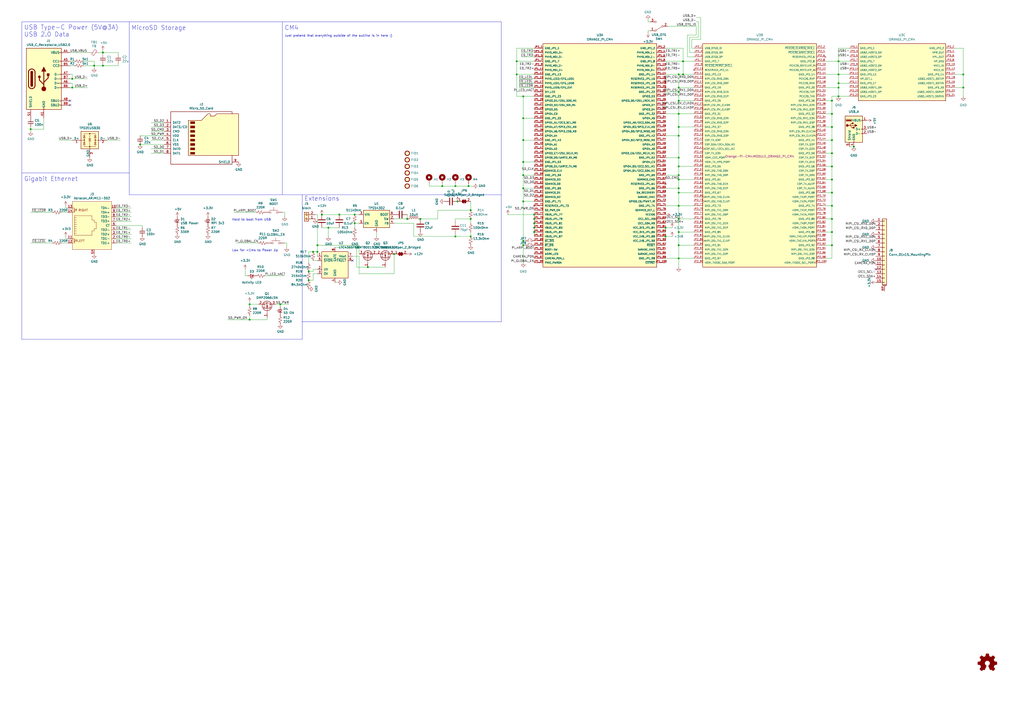
<source format=kicad_sch>
(kicad_sch (version 20230121) (generator eeschema)
  (paper "A2")
  (title_block (title "cm4-carrier-net") (date "2021-09-17") (rev "v1.0a") (company "fourside.io") (comment 1 "twitch.tv/jkiv"))
  (junction (at 486.41 48.26))
  (junction (at 482.6 119.38))
  (junction (at 558.8 43.18))
  (junction (at 59.69 30.48))
  (junction (at 196.85 124.46))
  (junction (at 205.74 124.46))
  (junction (at 393.7 73.66))
  (junction (at 264.16 107.95))
  (junction (at 482.6 104.14))
  (junction (at 273.05 137.16))
  (junction (at 213.36 154.94))
  (junction (at 393.7 96.52))
  (junction (at 17.78 74.93))
  (junction (at 393.7 91.44))
  (junction (at 558.8 50.8))
  (junction (at 309.88 134.62))
  (junction (at 393.7 78.74))
  (junction (at 303.53 101.6))
  (junction (at 309.88 124.46))
  (junction (at 299.72 43.18))
  (junction (at 486.41 50.8))
  (junction (at 393.7 66.04))
  (junction (at 59.69 38.1))
  (junction (at 303.53 81.28))
  (junction (at 482.6 66.04))
  (junction (at 482.6 81.28))
  (junction (at 186.69 124.46))
  (junction (at 393.7 149.86))
  (junction (at 393.7 119.38))
  (junction (at 482.6 96.52))
  (junction (at 303.53 142.24))
  (junction (at 309.88 132.08))
  (junction (at 486.41 55.88))
  (junction (at 81.28 83.82))
  (junction (at 41.91 50.8))
  (junction (at 482.6 73.66))
  (junction (at 482.6 88.9))
  (junction (at 144.78 176.53))
  (junction (at 273.05 127))
  (junction (at 393.7 101.6))
  (junction (at 303.53 68.58))
  (junction (at 393.7 142.24))
  (junction (at 243.84 127))
  (junction (at 386.08 132.08))
  (junction (at 482.6 111.76))
  (junction (at 386.08 137.16))
  (junction (at 482.6 134.62))
  (junction (at 54.61 38.1))
  (junction (at 482.6 127))
  (junction (at 393.7 43.18))
  (junction (at 144.78 185.42))
  (junction (at 393.7 50.8))
  (junction (at 396.24 35.56))
  (junction (at 303.53 116.84))
  (junction (at 495.3 85.09))
  (junction (at 179.07 162.56))
  (junction (at 184.15 146.05))
  (junction (at 303.53 93.98))
  (junction (at 273.05 121.92))
  (junction (at 393.7 127))
  (junction (at 236.22 127))
  (junction (at 271.78 107.95))
  (junction (at 309.88 129.54))
  (junction (at 205.74 129.54))
  (junction (at 393.7 104.14))
  (junction (at 179.07 157.48))
  (junction (at 303.53 109.22))
  (junction (at 228.6 147.32))
  (junction (at 264.16 137.16))
  (junction (at 396.24 43.18))
  (junction (at 393.7 109.22))
  (junction (at 190.5 132.08))
  (junction (at 486.41 43.18))
  (junction (at 256.54 107.95))
  (junction (at 265.43 116.84))
  (junction (at 309.88 127))
  (junction (at 184.15 142.24))
  (junction (at 393.7 58.42))
  (junction (at 393.7 111.76))
  (junction (at 41.91 45.72))
  (junction (at 393.7 53.34))
  (junction (at 482.6 58.42))
  (junction (at 181.61 146.05))
  (junction (at 393.7 134.62))
  (junction (at 303.53 55.88))
  (junction (at 162.56 176.53))
  (junction (at 299.72 35.56))
  (junction (at 482.6 142.24))
  (junction (at 303.53 139.7))
  (junction (at 486.41 35.56))
  (no_connect (at 40.64 58.42))
  (no_connect (at 204.47 151.13))
  (no_connect (at 508 156.21))
  (no_connect (at 40.64 60.96))
  (wire (pts (xy 482.6 149.86) (xy 482.6 142.24)))
  (wire (pts (xy 492.76 27.94) (xy 486.41 27.94)))
  (wire (pts (xy 492.76 85.09) (xy 495.3 85.09)))
  (wire (pts (xy 393.7 142.24) (xy 402.59 142.24)))
  (wire (pts (xy 95.25 73.66) (xy 87.63 73.66)))
  (wire (pts (xy 393.7 134.62) (xy 393.7 142.24)))
  (wire (pts (xy 393.7 58.42) (xy 393.7 66.04)))
  (wire (pts (xy 81.28 83.82) (xy 95.25 83.82)))
  (wire (pts (xy 243.84 127) (xy 254 127)))
  (wire (pts (xy 48.26 35.56) (xy 54.61 35.56)))
  (wire (pts (xy 486.41 43.18) (xy 486.41 48.26)))
  (polyline (pts (xy 12.7 196.85) (xy 175.26 196.85)) (stroke (width 0) (type solid)))
  (wire (pts (xy 303.53 81.28) (xy 309.88 81.28)))
  (wire (pts (xy 273.05 127) (xy 273.05 129.54)))
  (wire (pts (xy 218.44 134.62) (xy 218.44 137.16)))
  (wire (pts (xy 393.7 43.18) (xy 396.24 43.18)))
  (wire (pts (xy 478.79 119.38) (xy 482.6 119.38)))
  (wire (pts (xy 67.31 140.97) (xy 76.2 140.97)))
  (wire (pts (xy 67.31 138.43) (xy 76.2 138.43)))
  (wire (pts (xy 478.79 58.42) (xy 482.6 58.42)))
  (polyline (pts (xy 175.26 186.69) (xy 290.83 186.69)) (stroke (width 0) (type solid)))
  (wire (pts (xy 41.91 45.72) (xy 40.64 45.72)))
  (wire (pts (xy 135.89 123.19) (xy 148.59 123.19)))
  (wire (pts (xy 166.37 140.97) (xy 166.37 143.51)))
  (wire (pts (xy 553.72 27.94) (xy 558.8 27.94)))
  (wire (pts (xy 149.86 140.97) (xy 137.16 140.97)))
  (wire (pts (xy 478.79 149.86) (xy 482.6 149.86)))
  (wire (pts (xy 43.18 35.56) (xy 40.64 35.56)))
  (wire (pts (xy 398.78 20.32) (xy 403.86 20.32)))
  (wire (pts (xy 38.1 138.43) (xy 39.37 138.43)))
  (wire (pts (xy 303.53 101.6) (xy 303.53 93.98)))
  (wire (pts (xy 309.88 132.08) (xy 309.88 134.62)))
  (wire (pts (xy 68.58 38.1) (xy 59.69 38.1)))
  (wire (pts (xy 403.86 20.32) (xy 403.86 15.24)))
  (wire (pts (xy 132.08 185.42) (xy 144.78 185.42)))
  (polyline (pts (xy 290.83 12.7) (xy 290.83 186.69)) (stroke (width 0) (type solid)))
  (wire (pts (xy 396.24 43.18) (xy 396.24 35.56)))
  (wire (pts (xy 393.7 96.52) (xy 402.59 96.52)))
  (wire (pts (xy 254 121.92) (xy 254 127)))
  (wire (pts (xy 196.85 124.46) (xy 205.74 124.46)))
  (wire (pts (xy 248.92 106.68) (xy 248.92 107.95)))
  (wire (pts (xy 207.01 143.51) (xy 194.31 143.51)))
  (wire (pts (xy 274.32 107.95) (xy 271.78 107.95)))
  (wire (pts (xy 402.59 30.48) (xy 400.05 30.48)))
  (polyline (pts (xy 74.93 113.03) (xy 284.48 113.03)) (stroke (width 0) (type solid)))
  (wire (pts (xy 228.6 129.54) (xy 240.03 129.54)))
  (wire (pts (xy 482.6 111.76) (xy 482.6 104.14)))
  (wire (pts (xy 144.78 176.53) (xy 144.78 177.8)))
  (wire (pts (xy 303.53 93.98) (xy 303.53 81.28)))
  (wire (pts (xy 299.72 43.18) (xy 299.72 35.56)))
  (wire (pts (xy 144.78 176.53) (xy 149.86 176.53)))
  (wire (pts (xy 67.31 125.73) (xy 76.2 125.73)))
  (wire (pts (xy 302.26 30.48) (xy 309.88 30.48)))
  (wire (pts (xy 402.59 27.94) (xy 401.32 27.94)))
  (wire (pts (xy 41.91 45.72) (xy 50.8 45.72)))
  (wire (pts (xy 179.07 157.48) (xy 181.61 157.48)))
  (wire (pts (xy 389.89 132.08) (xy 386.08 132.08)))
  (wire (pts (xy 393.7 43.18) (xy 393.7 50.8)))
  (wire (pts (xy 59.69 38.1) (xy 59.69 36.83)))
  (wire (pts (xy 67.31 130.81) (xy 82.55 130.81)))
  (wire (pts (xy 273.05 116.84) (xy 273.05 121.92)))
  (wire (pts (xy 57.15 30.48) (xy 59.69 30.48)))
  (wire (pts (xy 478.79 43.18) (xy 486.41 43.18)))
  (wire (pts (xy 184.15 142.24) (xy 184.15 146.05)))
  (wire (pts (xy 95.25 76.2) (xy 87.63 76.2)))
  (wire (pts (xy 62.23 81.28) (xy 69.85 81.28)))
  (wire (pts (xy 205.74 124.46) (xy 208.28 124.46)))
  (wire (pts (xy 25.4 68.58) (xy 25.4 74.93)))
  (wire (pts (xy 406.4 22.86) (xy 406.4 10.16)))
  (wire (pts (xy 400.05 21.59) (xy 405.13 21.59)))
  (wire (pts (xy 482.6 58.42) (xy 482.6 55.88)))
  (wire (pts (xy 299.72 55.88) (xy 299.72 43.18)))
  (wire (pts (xy 393.7 66.04) (xy 402.59 66.04)))
  (wire (pts (xy 68.58 31.75) (xy 68.58 30.48)))
  (wire (pts (xy 303.53 139.7) (xy 304.8 139.7)))
  (wire (pts (xy 393.7 127) (xy 393.7 134.62)))
  (wire (pts (xy 204.47 148.59) (xy 208.28 148.59)))
  (wire (pts (xy 303.53 68.58) (xy 309.88 68.58)))
  (wire (pts (xy 393.7 111.76) (xy 402.59 111.76)))
  (wire (pts (xy 68.58 38.1) (xy 68.58 36.83)))
  (wire (pts (xy 393.7 134.62) (xy 402.59 134.62)))
  (wire (pts (xy 401.32 22.86) (xy 406.4 22.86)))
  (wire (pts (xy 208.28 158.75) (xy 228.6 158.75)))
  (wire (pts (xy 482.6 55.88) (xy 486.41 55.88)))
  (wire (pts (xy 386.08 149.86) (xy 393.7 149.86)))
  (wire (pts (xy 309.88 129.54) (xy 309.88 132.08)))
  (wire (pts (xy 165.1 140.97) (xy 166.37 140.97)))
  (wire (pts (xy 482.6 88.9) (xy 482.6 81.28)))
  (wire (pts (xy 273.05 127) (xy 264.16 127)))
  (polyline (pts (xy 12.7 12.7) (xy 12.7 196.85)) (stroke (width 0) (type solid)))
  (wire (pts (xy 558.8 50.8) (xy 558.8 55.88)))
  (wire (pts (xy 190.5 137.16) (xy 190.5 132.08)))
  (wire (pts (xy 208.28 147.32) (xy 208.28 142.24)))
  (wire (pts (xy 144.78 185.42) (xy 154.94 185.42)))
  (wire (pts (xy 482.6 134.62) (xy 482.6 127)))
  (wire (pts (xy 386.08 119.38) (xy 393.7 119.38)))
  (wire (pts (xy 236.22 127) (xy 236.22 124.46)))
  (wire (pts (xy 17.78 123.19) (xy 30.48 123.19)))
  (wire (pts (xy 553.72 43.18) (xy 558.8 43.18)))
  (wire (pts (xy 553.72 50.8) (xy 558.8 50.8)))
  (wire (pts (xy 393.7 119.38) (xy 393.7 127)))
  (wire (pts (xy 59.69 30.48) (xy 68.58 30.48)))
  (wire (pts (xy 41.91 81.28) (xy 34.29 81.28)))
  (wire (pts (xy 273.05 121.92) (xy 254 121.92)))
  (wire (pts (xy 59.69 29.21) (xy 59.69 30.48)))
  (wire (pts (xy 81.28 78.74) (xy 95.25 78.74)))
  (wire (pts (xy 393.7 119.38) (xy 402.59 119.38)))
  (wire (pts (xy 303.53 68.58) (xy 303.53 55.88)))
  (wire (pts (xy 402.59 149.86) (xy 393.7 149.86)))
  (wire (pts (xy 184.15 124.46) (xy 184.15 142.24)))
  (wire (pts (xy 154.94 185.42) (xy 154.94 184.15)))
  (wire (pts (xy 240.03 129.54) (xy 240.03 137.16)))
  (wire (pts (xy 303.53 81.28) (xy 303.53 68.58)))
  (wire (pts (xy 375.92 11.43) (xy 375.92 12.7)))
  (wire (pts (xy 393.7 73.66) (xy 393.7 78.74)))
  (wire (pts (xy 40.64 38.1) (xy 43.18 38.1)))
  (wire (pts (xy 403.86 12.7) (xy 405.13 12.7)))
  (wire (pts (xy 396.24 27.94) (xy 386.08 27.94)))
  (wire (pts (xy 95.25 81.28) (xy 87.63 81.28)))
  (wire (pts (xy 486.41 50.8) (xy 486.41 55.88)))
  (wire (pts (xy 181.61 156.21) (xy 181.61 157.48)))
  (wire (pts (xy 179.07 152.4) (xy 179.07 146.05)))
  (wire (pts (xy 393.7 127) (xy 402.59 127)))
  (wire (pts (xy 402.59 33.02) (xy 398.78 33.02)))
  (wire (pts (xy 190.5 132.08) (xy 196.85 132.08)))
  (wire (pts (xy 142.24 160.02) (xy 142.24 156.21)))
  (wire (pts (xy 492.76 35.56) (xy 486.41 35.56)))
  (wire (pts (xy 303.53 139.7) (xy 303.53 116.84)))
  (wire (pts (xy 478.79 134.62) (xy 482.6 134.62)))
  (polyline (pts (xy 284.48 113.03) (xy 290.83 113.03)) (stroke (width 0) (type solid)))
  (wire (pts (xy 558.8 27.94) (xy 558.8 43.18)))
  (wire (pts (xy 17.78 74.93) (xy 17.78 73.66)))
  (wire (pts (xy 54.61 38.1) (xy 54.61 39.37)))
  (wire (pts (xy 300.99 50.8) (xy 309.88 50.8)))
  (wire (pts (xy 303.53 142.24) (xy 304.8 142.24)))
  (wire (pts (xy 17.78 74.93) (xy 25.4 74.93)))
  (wire (pts (xy 205.74 129.54) (xy 208.28 129.54)))
  (wire (pts (xy 478.79 35.56) (xy 486.41 35.56)))
  (wire (pts (xy 478.79 66.04) (xy 482.6 66.04)))
  (wire (pts (xy 256.54 106.68) (xy 256.54 107.95)))
  (wire (pts (xy 95.25 86.36) (xy 87.63 86.36)))
  (wire (pts (xy 240.03 137.16) (xy 264.16 137.16)))
  (wire (pts (xy 482.6 142.24) (xy 482.6 134.62)))
  (wire (pts (xy 396.24 35.56) (xy 402.59 35.56)))
  (wire (pts (xy 39.37 123.19) (xy 35.56 123.19)))
  (wire (pts (xy 403.86 15.24) (xy 387.35 15.24)))
  (wire (pts (xy 386.08 35.56) (xy 396.24 35.56)))
  (wire (pts (xy 393.7 149.86) (xy 393.7 154.94)))
  (wire (pts (xy 179.07 146.05) (xy 181.61 146.05)))
  (wire (pts (xy 393.7 66.04) (xy 393.7 73.66)))
  (wire (pts (xy 400.05 30.48) (xy 400.05 21.59)))
  (wire (pts (xy 386.08 132.08) (xy 386.08 134.62)))
  (wire (pts (xy 82.55 130.81) (xy 82.55 132.08)))
  (wire (pts (xy 207.01 154.94) (xy 207.01 143.51)))
  (wire (pts (xy 299.72 27.94) (xy 309.88 27.94)))
  (wire (pts (xy 405.13 21.59) (xy 405.13 12.7)))
  (wire (pts (xy 482.6 73.66) (xy 482.6 66.04)))
  (wire (pts (xy 482.6 104.14) (xy 482.6 96.52)))
  (wire (pts (xy 299.72 35.56) (xy 299.72 27.94)))
  (wire (pts (xy 386.08 137.16) (xy 386.08 139.7)))
  (wire (pts (xy 396.24 43.18) (xy 402.59 43.18)))
  (wire (pts (xy 48.26 38.1) (xy 54.61 38.1)))
  (wire (pts (xy 303.53 109.22) (xy 303.53 101.6)))
  (wire (pts (xy 478.79 50.8) (xy 486.41 50.8)))
  (wire (pts (xy 205.74 132.08) (xy 205.74 129.54)))
  (wire (pts (xy 59.69 38.1) (xy 54.61 38.1)))
  (wire (pts (xy 486.41 55.88) (xy 492.76 55.88)))
  (wire (pts (xy 386.08 53.34) (xy 393.7 53.34)))
  (wire (pts (xy 228.6 158.75) (xy 228.6 147.32)))
  (wire (pts (xy 41.91 50.8) (xy 40.64 50.8)))
  (wire (pts (xy 264.16 137.16) (xy 273.05 137.16)))
  (wire (pts (xy 223.52 154.94) (xy 213.36 154.94)))
  (wire (pts (xy 386.08 109.22) (xy 393.7 109.22)))
  (wire (pts (xy 67.31 120.65) (xy 76.2 120.65)))
  (wire (pts (xy 40.64 30.48) (xy 52.07 30.48)))
  (wire (pts (xy 492.76 43.18) (xy 486.41 43.18)))
  (wire (pts (xy 194.31 163.83) (xy 195.58 163.83)))
  (wire (pts (xy 478.79 142.24) (xy 482.6 142.24)))
  (wire (pts (xy 492.76 48.26) (xy 486.41 48.26)))
  (wire (pts (xy 184.15 146.05) (xy 184.15 148.59)))
  (wire (pts (xy 303.53 116.84) (xy 303.53 109.22)))
  (wire (pts (xy 558.8 43.18) (xy 558.8 50.8)))
  (wire (pts (xy 162.56 176.53) (xy 167.64 176.53)))
  (wire (pts (xy 393.7 104.14) (xy 402.59 104.14)))
  (wire (pts (xy 67.31 135.89) (xy 76.2 135.89)))
  (wire (pts (xy 59.69 31.75) (xy 59.69 30.48)))
  (wire (pts (xy 393.7 53.34) (xy 393.7 58.42)))
  (wire (pts (xy 309.88 124.46) (xy 309.88 127)))
  (wire (pts (xy 181.61 151.13) (xy 184.15 151.13)))
  (wire (pts (xy 184.15 142.24) (xy 208.28 142.24)))
  (wire (pts (xy 144.78 182.88) (xy 144.78 185.42)))
  (wire (pts (xy 248.92 107.95) (xy 256.54 107.95)))
  (wire (pts (xy 302.26 33.02) (xy 309.88 33.02)))
  (wire (pts (xy 303.53 139.7) (xy 303.53 142.24)))
  (wire (pts (xy 386.08 137.16) (xy 389.89 137.16)))
  (wire (pts (xy 160.02 176.53) (xy 162.56 176.53)))
  (wire (pts (xy 375.92 19.05) (xy 375.92 17.78)))
  (wire (pts (xy 393.7 50.8) (xy 402.59 50.8)))
  (wire (pts (xy 67.31 128.27) (xy 76.2 128.27)))
  (wire (pts (xy 165.1 123.19) (xy 165.1 125.73)))
  (wire (pts (xy 393.7 58.42) (xy 402.59 58.42)))
  (wire (pts (xy 478.79 73.66) (xy 482.6 73.66)))
  (wire (pts (xy 39.37 140.97) (xy 35.56 140.97)))
  (wire (pts (xy 486.41 35.56) (xy 486.41 43.18)))
  (wire (pts (xy 153.67 160.02) (xy 165.1 160.02)))
  (wire (pts (xy 398.78 33.02) (xy 398.78 20.32)))
  (wire (pts (xy 41.91 43.18) (xy 41.91 45.72)))
  (wire (pts (xy 299.72 55.88) (xy 303.53 55.88)))
  (wire (pts (xy 228.6 127) (xy 236.22 127)))
  (wire (pts (xy 309.88 127) (xy 309.88 129.54)))
  (wire (pts (xy 386.08 78.74) (xy 393.7 78.74)))
  (wire (pts (xy 486.41 27.94) (xy 486.41 35.56)))
  (wire (pts (xy 294.64 124.46) (xy 309.88 124.46)))
  (wire (pts (xy 303.53 116.84) (xy 309.88 116.84)))
  (wire (pts (xy 393.7 109.22) (xy 393.7 111.76)))
  (wire (pts (xy 144.78 175.26) (xy 144.78 176.53)))
  (wire (pts (xy 264.16 106.68) (xy 264.16 107.95)))
  (wire (pts (xy 271.78 107.95) (xy 271.78 106.68)))
  (wire (pts (xy 264.16 127) (xy 264.16 128.27)))
  (wire (pts (xy 482.6 119.38) (xy 482.6 111.76)))
  (wire (pts (xy 303.53 101.6) (xy 309.88 101.6)))
  (wire (pts (xy 486.41 48.26) (xy 486.41 50.8)))
  (wire (pts (xy 303.53 93.98) (xy 309.88 93.98)))
  (wire (pts (xy 40.64 48.26) (xy 41.91 48.26)))
  (wire (pts (xy 299.72 43.18) (xy 309.88 43.18)))
  (wire (pts (xy 162.56 177.8) (xy 162.56 176.53)))
  (wire (pts (xy 186.69 132.08) (xy 190.5 132.08)))
  (wire (pts (xy 393.7 104.14) (xy 393.7 109.22)))
  (wire (pts (xy 17.78 140.97) (xy 30.48 140.97)))
  (wire (pts (xy 41.91 50.8) (xy 50.8 50.8)))
  (wire (pts (xy 375.92 17.78) (xy 377.19 17.78)))
  (wire (pts (xy 213.36 154.94) (xy 207.01 154.94)))
  (wire (pts (xy 184.15 146.05) (xy 181.61 146.05)))
  (wire (pts (xy 38.1 120.65) (xy 39.37 120.65)))
  (wire (pts (xy 38.1 137.16) (xy 38.1 138.43)))
  (wire (pts (xy 143.51 160.02) (xy 142.24 160.02)))
  (wire (pts (xy 386.08 91.44) (xy 393.7 91.44)))
  (wire (pts (xy 386.08 66.04) (xy 393.7 66.04)))
  (wire (pts (xy 303.53 55.88) (xy 309.88 55.88)))
  (wire (pts (xy 478.79 111.76) (xy 482.6 111.76)))
  (wire (pts (xy 181.61 158.75) (xy 184.15 158.75)))
  (wire (pts (xy 264.16 135.89) (xy 264.16 137.16)))
  (wire (pts (xy 181.61 158.75) (xy 181.61 162.56)))
  (wire (pts (xy 41.91 48.26) (xy 41.91 50.8)))
  (wire (pts (xy 256.54 107.95) (xy 264.16 107.95)))
  (wire (pts (xy 393.7 111.76) (xy 393.7 119.38)))
  (wire (pts (xy 482.6 127) (xy 482.6 119.38)))
  (polyline (pts (xy 163.83 113.03) (xy 163.83 12.7)) (stroke (width 0) (type solid)))
  (wire (pts (xy 482.6 81.28) (xy 482.6 73.66)))
  (wire (pts (xy 181.61 156.21) (xy 184.15 156.21)))
  (wire (pts (xy 208.28 148.59) (xy 208.28 158.75)))
  (polyline (pts (xy 74.93 100.33) (xy 12.7 100.33)) (stroke (width 0) (type solid)))
  (wire (pts (xy 393.7 101.6) (xy 393.7 104.14)))
  (wire (pts (xy 401.32 27.94) (xy 401.32 22.86)))
  (wire (pts (xy 393.7 50.8) (xy 393.7 53.34)))
  (wire (pts (xy 393.7 78.74) (xy 393.7 91.44)))
  (wire (pts (xy 273.05 134.62) (xy 273.05 137.16)))
  (wire (pts (xy 95.25 88.9) (xy 87.63 88.9)))
  (polyline (pts (xy 74.93 12.7) (xy 74.93 113.03)) (stroke (width 0) (type solid)))
  (wire (pts (xy 179.07 162.56) (xy 181.61 162.56)))
  (wire (pts (xy 478.79 96.52) (xy 482.6 96.52)))
  (wire (pts (xy 40.64 43.18) (xy 41.91 43.18)))
  (wire (pts (xy 54.61 35.56) (xy 54.61 38.1)))
  (wire (pts (xy 482.6 96.52) (xy 482.6 88.9)))
  (wire (pts (xy 482.6 66.04) (xy 482.6 58.42)))
  (wire (pts (xy 299.72 35.56) (xy 309.88 35.56)))
  (wire (pts (xy 163.83 123.19) (xy 165.1 123.19)))
  (wire (pts (xy 478.79 104.14) (xy 482.6 104.14)))
  (wire (pts (xy 393.7 91.44) (xy 393.7 96.52)))
  (wire (pts (xy 478.79 127) (xy 482.6 127)))
  (wire (pts (xy 393.7 142.24) (xy 393.7 149.86)))
  (wire (pts (xy 186.69 124.46) (xy 196.85 124.46)))
  (wire (pts (xy 393.7 96.52) (xy 393.7 101.6)))
  (wire (pts (xy 300.99 48.26) (xy 309.88 48.26)))
  (wire (pts (xy 393.7 43.18) (xy 386.08 43.18)))
  (wire (pts (xy 67.31 133.35) (xy 76.2 133.35)))
  (wire (pts (xy 300.99 45.72) (xy 309.88 45.72)))
  (wire (pts (xy 264.16 107.95) (xy 271.78 107.95)))
  (wire (pts (xy 478.79 81.28) (xy 482.6 81.28)))
  (wire (pts (xy 303.53 109.22) (xy 309.88 109.22)))
  (polyline (pts (xy 175.26 113.03) (xy 175.26 196.85)) (stroke (width 0) (type solid)))
  (wire (pts (xy 393.7 73.66) (xy 402.59 73.66)))
  (wire (pts (xy 309.88 134.62) (xy 309.88 137.16)))
  (polyline (pts (xy 12.7 12.7) (xy 290.83 12.7)) (stroke (width 0) (type solid)))
  (wire (pts (xy 38.1 119.38) (xy 38.1 120.65)))
  (wire (pts (xy 478.79 88.9) (xy 482.6 88.9)))
  (wire (pts (xy 396.24 35.56) (xy 396.24 27.94)))
  (wire (pts (xy 375.92 12.7) (xy 377.19 12.7)))
  (wire (pts (xy 17.78 76.2) (xy 17.78 74.93)))
  (wire (pts (xy 182.88 124.46) (xy 184.15 124.46)))
  (wire (pts (xy 95.25 71.12) (xy 87.63 71.12)))
  (wire (pts (xy 403.86 10.16) (xy 406.4 10.16)))
  (wire (pts (xy 303.53 152.4) (xy 303.53 142.24)))
  (wire (pts (xy 386.08 101.6) (xy 393.7 101.6)))
  (wire (pts (xy 67.31 123.19) (xy 76.2 123.19)))
  (text "MicroSD Storage" (at 76.2 17.78 0) (effects (font (size 2.54 2.54)) (justify left bottom)))
  (text "Extensions" (at 176.53 116.84 0) (effects (font (size 2.54 2.54)) (justify left bottom)))
  (text "USB Type-C Power (5V@3A)\nUSB 2.0 Data" (at 13.97 21.59 0) (effects (font (size 2.54 2.54)) (justify left bottom)))
  (text "Hold to boot from USB" (at 134.62 128.27 0) (effects (font (size 1.27 1.27)) (justify left bottom)))
  (text "Gigabit Ethernet" (at 13.97 105.41 0) (effects (font (size 2.54 2.54)) (justify left bottom)))
  (text "Just pretend that everything outside of the outline is in here ;)" (at 165.1 21.59 0) (effects (font (size 1.27 1.27)) (justify left bottom)))
  (text "CM4" (at 165.1 17.78 0) (effects (font (size 2.54 2.54)) (justify left bottom)))
  (text "Low for <1ms to Power Up" (at 134.62 146.05 0) (effects (font (size 1.27 1.27)) (justify left bottom)))
  (label "MIPI_CSI_RX_CLK0P" (at 508 148.59 180))
  (label "MIPI_CSI_RX0_D0N" (at 402.59 45.72 180))
  (label "E0_TR1-" (at 67.31 133.35 0))
  (label "E0_LEDL" (at 300.99 45.72 0))
  (label "MIPI_CSI_RX_CLK0N" (at 508 146.05 180))
  (label "USB_VBUS" (at 40.64 30.48 0))
  (label "USB_D+" (at 43.18 50.8 0))
  (label "MIPI_CSI_RX1_D0N" (at 508 138.43 180))
  (label "SD_CLK" (at 309.88 99.06 180))
  (label "CAMERA_PDN" (at 508 153.67 180))
  (label "~{E0_LEDR}" (at 300.99 50.8 0))
  (label "SD_D3" (at 95.25 73.66 180))
  (label "SD_D1" (at 95.25 88.9 180))
  (label "MIPI_CSI_RX0_D0P" (at 613.41 218.44 180))
  (label "E0_TR2+" (at 67.31 128.27 0))
  (label "SD_D2" (at 309.88 114.3 180))
  (label "E0_TR1+" (at 386.08 30.48 0))
  (label "MIPI_CSI_RX_CLK0P" (at 402.59 63.5 180))
  (label "I2C1_SDA+" (at 508 161.29 180))
  (label "~{E0_LEDR}" (at 26.67 123.19 180))
  (label "PI_GLOBAL_EN" (at 309.88 152.4 180))
  (label "USB_D-" (at 62.23 81.28 0))
  (label "MIPI_CSI_RX1_D0P" (at 402.59 55.88 180))
  (label "PI_LED_nACT" (at 309.88 53.34 180))
  (label "USB-" (at 492.76 38.1 180))
  (label "SD_CMD" (at 386.08 104.14 0))
  (label "USB_D+" (at 41.91 81.28 180))
  (label "SD_D0" (at 309.88 106.68 180))
  (label "MIPI_CSI_RX1_D0N" (at 402.59 53.34 180))
  (label "USB1+" (at 492.76 33.02 180))
  (label "USB_D-" (at 403.86 12.7 180))
  (label "I2C1_SCL-" (at 386.08 127 0))
  (label "E0_TR0-" (at 386.08 38.1 0))
  (label "E0_TR1+" (at 67.31 135.89 0))
  (label "MIPI_CSI_RX0_D0N" (at 508 130.81 180))
  (label "MIPI_CSI_RX0_D0N" (at 613.41 215.9 180))
  (label "CAMERA_PDN" (at 309.88 149.86 180))
  (label "~{E0_LEDL}" (at 26.67 140.97 180))
  (label "MIPI_CSI_RX1_D0P" (at 508 140.97 180))
  (label "MIPI_CSI_RX0_D0P" (at 402.59 48.26 180))
  (label "E0_TR2-" (at 67.31 125.73 0))
  (label "SD_D0" (at 95.25 86.36 180))
  (label "I2C1_SDA+" (at 386.08 129.54 0))
  (label "E0_TR0+" (at 67.31 140.97 0))
  (label "SD_CLK" (at 95.25 81.28 180))
  (label "SD_D1" (at 309.88 111.76 180))
  (label "PI_nRPI_BOOT" (at 148.59 123.19 180))
  (label "USB1-" (at 492.76 30.48 180))
  (label "SD_D3" (at 309.88 104.14 180))
  (label "PI_GLOBAL_EN" (at 149.86 140.97 180))
  (label "E0_TR3-" (at 67.31 120.65 0))
  (label "E0_TR3+" (at 67.31 123.19 0))
  (label "SD_D2" (at 95.25 71.12 180))
  (label "PI_nRPI_BOOT" (at 309.88 144.78 180))
  (label "I2C1_SCL-" (at 508 158.75 180))
  (label "E0_TR0-" (at 67.31 138.43 0))
  (label "SD_PWR_ON" (at 143.51 185.42 180))
  (label "USB_OTG_ID" (at 403.86 15.24 180))
  (label "USB_D+" (at 403.86 10.16 180))
  (label "E0_TR0+" (at 386.08 40.64 0))
  (label "USB_D-" (at 43.18 45.72 0))
  (label "USB+" (at 502.92 74.93 0))
  (label "E0_TR2+" (at 309.88 40.64 180))
  (label "E0_TR3-" (at 302.26 33.02 0))
  (label "E0_TR2-" (at 309.88 38.1 180))
  (label "MIPI_CSI_RX_CLK0N" (at 402.59 60.96 180))
  (label "MIPI_CSI_RX0_D0P" (at 508 133.35 180))
  (label "E0_TR3+" (at 302.26 30.48 0))
  (label "SD_PWR" (at 160.02 176.53 0))
  (label "PI_LED_nACT" (at 153.67 160.02 0))
  (label "E0_TR1-" (at 386.08 33.02 0))
  (label "USB-" (at 502.92 77.47 0))
  (label "SD_PWR" (at 87.63 78.74 0))
  (label "~{E0_LEDL}" (at 300.99 48.26 0))
  (label "SD_CMD" (at 95.25 76.2 180))
  (label "SD_PWR_ON" (at 309.88 121.92 180))
  (label "USB+" (at 492.76 40.64 180))
  (symbol (lib_id "Connector:USB_C_Receptacle_USB2.0") (at 25.4 45.72 0) (unit 1)
    (property "Reference" "J1" (at 28.1178 23.6982 0))
    (property "Value" "USB_C_Receptacle_USB2.0" (at 28.1178 26.0096 0))
    (property "Footprint" "jkiv-library:USB_C_Receptacle_GCT-USB4105" (effects hide))
    (property "Datasheet" "https://www.usb.org/sites/default/files/documents/usb_type-c.zip" (effects hide))
  )
  (symbol (lib_id "Device:R_Small_US") (at 45.72 35.56 270) (unit 1)
    (property "Reference" "R1" (at 41.91 34.29 90))
    (property "Value" "5k1" (at 49.53 34.29 90))
    (property "Footprint" "Resistor_SMD:R_0603_1608Metric" (effects hide))
  )
  (symbol (lib_id "Device:R_Small_US") (at 45.72 38.1 270) (unit 1)
    (property "Reference" "R2" (at 41.91 36.83 90))
    (property "Value" "5k1" (at 49.53 36.83 90))
    (property "Footprint" "Resistor_SMD:R_0603_1608Metric" (effects hide))
  )
  (symbol (lib_id "power:GND") (at 54.61 39.37 0) (unit 1)
    (property "Reference" "#PWR0101" (effects hide))
    (property "Value" "GND" (at 54.737 43.7642 0))
  )
  (symbol (lib_id "Connector:Micro_SD_Card") (at 118.11 78.74 0) (unit 1)
    (property "Reference" "J2" (at 116.84 60.5282 0))
    (property "Value" "Micro_SD_Card" (at 116.84 62.8396 0))
    (property "Footprint" "Connector_Card:microSD_HC_Molex_104031-0811" (effects hide))
    (property "Datasheet" "http://katalog.we-online.de/em/datasheet/693072010801.pdf" (effects hide))
  )
  (symbol (lib_id "power:GND") (at 138.43 93.98 0) (unit 1)
    (property "Reference" "#PWR0112" (effects hide))
    (property "Value" "GND" (at 138.557 98.3742 0))
  )
  (symbol (lib_id "cm4-carrier-net-rescue:Abracon_ARJM11-502-jkiv-abracon") (at 54.61 130.81 0) (unit 1)
    (property "Reference" "J3" (at 53.34 112.649 0))
    (property "Value" "Abracon_ARJM11-502" (at 53.34 114.9604 0))
    (property "Footprint" "jkiv-library:RJ45_Abracon_ARJM11" (effects hide))
    (property "Datasheet" "https://abracon.com/Magnetics/ARJM11.pdf" (effects hide))
  )
  (symbol (lib_id "power:+3V3") (at 38.1 137.16 0) (unit 1)
    (property "Reference" "#PWR0106" (effects hide))
    (property "Value" "+3V3" (at 38.481 132.7658 0))
  )
  (symbol (lib_id "power:GND") (at 81.28 83.82 0) (unit 1)
    (property "Reference" "#PWR0114" (effects hide))
    (property "Value" "GND" (at 81.407 88.2142 0))
  )
  (symbol (lib_id "Device:C_Small") (at 81.28 81.28 0) (unit 1)
    (property "Reference" "C4" (at 83.6168 80.1116 0) (effects (justify left)))
    (property "Value" "22u" (at 83.6168 82.423 0) (effects (justify left)))
    (property "Footprint" "Capacitor_SMD:C_0805_2012Metric" (effects hide))
  )
  (symbol (lib_id "Device:R_Small_US") (at 33.02 123.19 270) (unit 1)
    (property "Reference" "R3" (at 29.21 121.92 90))
    (property "Value" "220R" (at 36.83 121.92 90))
    (property "Footprint" "Resistor_SMD:R_0603_1608Metric" (effects hide))
  )
  (symbol (lib_id "Device:R_Small_US") (at 33.02 140.97 270) (unit 1)
    (property "Reference" "R4" (at 29.21 139.7 90))
    (property "Value" "220R" (at 36.83 139.7 90))
    (property "Footprint" "Resistor_SMD:R_0603_1608Metric" (effects hide))
  )
  (symbol (lib_id "Device:C_Small") (at 17.78 71.12 0) (unit 1)
    (property "Reference" "C5" (at 20.1168 69.9516 0) (effects (justify left)))
    (property "Value" "100n" (at 20.1168 72.263 0) (effects (justify left)))
    (property "Footprint" "Capacitor_SMD:C_0805_2012Metric" (effects hide))
  )
  (symbol (lib_id "Graphic:Logo_Open_Hardware_Small") (at 572.77 384.81 0) (unit 1)
    (property "Reference" "LOGO1" (effects hide))
    (property "Value" "Logo_Open_Hardware_Small" (effects hide))
    (property "Footprint" "Symbol:OSHW-Symbol_6.7x6mm_Copper" (effects hide))
  )
  (symbol (lib_id "Power_Protection:TPD2EUSB30") (at 52.07 81.28 0) (unit 1)
    (property "Reference" "U6" (at 52.07 71.9582 0))
    (property "Value" "TPD2EUSB30" (at 52.07 74.2696 0))
    (property "Footprint" "Package_TO_SOT_SMD:Texas_DRT-3" (effects hide))
    (property "Datasheet" "http://www.ti.com/lit/ds/symlink/tpd2eusb30a.pdf" (effects hide))
  )
  (symbol (lib_id "power:GND") (at 17.78 76.2 0) (unit 1)
    (property "Reference" "#PWR0107" (effects hide))
    (property "Value" "GND" (at 17.907 80.5942 0))
  )
  (symbol (lib_id "Device:C_Small") (at 68.58 34.29 0) (unit 1)
    (property "Reference" "C2" (at 70.9168 33.1216 0) (effects (justify left)))
    (property "Value" "22u" (at 70.9168 35.433 0) (effects (justify left)))
    (property "Footprint" "Capacitor_SMD:C_0805_2012Metric" (effects hide))
  )
  (symbol (lib_id "cm4-carrier-net-rescue:Ferrite_Bead_Small-Device") (at 54.61 30.48 270) (unit 1)
    (property "Reference" "FB1" (at 54.61 24.4602 90))
    (property "Value" "FB" (at 54.61 26.7716 90))
    (property "Footprint" "Inductor_SMD:L_0805_2012Metric" (effects hide))
  )
  (symbol (lib_id "power:GND") (at 52.07 91.44 0) (unit 1)
    (property "Reference" "#PWR0109" (effects hide))
    (property "Value" "GND" (at 52.197 95.8342 0))
  )
  (symbol (lib_id "Device:C_Small") (at 59.69 34.29 0) (unit 1)
    (property "Reference" "C1" (at 62.0268 33.1216 0) (effects (justify left)))
    (property "Value" "22u" (at 62.0268 35.433 0) (effects (justify left)))
    (property "Footprint" "Capacitor_SMD:C_0805_2012Metric" (effects hide))
  )
  (symbol (lib_id "Mechanical:Fiducial") (at 236.22 100.33 0) (unit 1)
    (property "Reference" "FID4" (at 238.379 100.33 0) (effects (justify left)))
    (property "Value" "Fiducial" (effects hide))
    (property "Footprint" "Fiducial:Fiducial_0.75mm_Mask1.5mm" (effects hide))
  )
  (symbol (lib_id "Mechanical:Fiducial") (at 236.22 104.14 0) (unit 1)
    (property "Reference" "FID5" (at 238.379 104.14 0) (effects (justify left)))
    (property "Value" "Fiducial" (effects hide))
    (property "Footprint" "Fiducial:Fiducial_0.75mm_Mask1.5mm" (effects hide))
  )
  (symbol (lib_id "Mechanical:Fiducial") (at 236.22 107.95 0) (unit 1)
    (property "Reference" "FID6" (at 238.379 107.95 0) (effects (justify left)))
    (property "Value" "Fiducial" (effects hide))
    (property "Footprint" "Fiducial:Fiducial_0.75mm_Mask1.5mm" (effects hide))
  )
  (symbol (lib_id "Device:LED_Small") (at 146.05 160.02 180) (unit 1)
    (property "Reference" "D3" (at 146.05 157.48 0))
    (property "Value" "Activity LED" (at 146.05 163.83 0))
    (property "Footprint" "LED_SMD:LED_0603_1608Metric" (effects hide))
  )
  (symbol (lib_id "power:GND") (at 54.61 147.32 0) (unit 1)
    (property "Reference" "#PWR0105" (effects hide))
    (property "Value" "GND" (at 54.737 151.7142 0))
  )
  (symbol (lib_id "Device:C_Small") (at 82.55 134.62 0) (unit 1)
    (property "Reference" "C3" (at 84.8868 133.4516 0) (effects (justify left)))
    (property "Value" "100n" (at 84.8868 135.763 0) (effects (justify left)))
    (property "Footprint" "Capacitor_SMD:C_0805_2012Metric" (effects hide))
  )
  (symbol (lib_id "power:GND") (at 82.55 137.16 0) (unit 1)
    (property "Reference" "#PWR0113" (effects hide))
    (property "Value" "GND" (at 82.677 141.5542 0))
  )
  (symbol (lib_id "Switch:SW_Push") (at 158.75 123.19 0) (unit 1)
    (property "Reference" "SW1" (at 158.75 115.951 0))
    (property "Value" "BOOT" (at 158.75 118.2624 0))
    (property "Footprint" "Button_Switch_SMD:SW_SPST_B3U-1000P" (effects hide))
  )
  (symbol (lib_id "Switch:SW_Push") (at 160.02 140.97 0) (unit 1)
    (property "Reference" "SW2" (at 160.02 133.731 0))
    (property "Value" "GLOBAL_EN" (at 160.02 136.0424 0))
    (property "Footprint" "Button_Switch_SMD:SW_SPST_B3U-1000P" (effects hide))
  )
  (symbol (lib_id "Device:R_Small_US") (at 152.4 140.97 270) (unit 1)
    (property "Reference" "R11" (at 152.4 135.763 90))
    (property "Value" "220R" (at 152.4 138.0744 90))
    (property "Footprint" "Resistor_SMD:R_0603_1608Metric" (effects hide))
  )
  (symbol (lib_id "power:GND") (at 166.37 143.51 0) (unit 1)
    (property "Reference" "#PWR0117" (effects hide))
    (property "Value" "GND" (at 166.497 147.9042 0))
  )
  (symbol (lib_id "Device:R_Small_US") (at 151.13 123.19 270) (unit 1)
    (property "Reference" "R9" (at 151.13 117.983 90))
    (property "Value" "220R" (at 151.13 120.2944 90))
    (property "Footprint" "Resistor_SMD:R_0603_1608Metric" (effects hide))
  )
  (symbol (lib_id "power:GND") (at 165.1 125.73 0) (unit 1)
    (property "Reference" "#PWR0118" (effects hide))
    (property "Value" "GND" (at 165.227 130.1242 0))
  )
  (symbol (lib_id "Device:R_Small_US") (at 151.13 160.02 270) (unit 1)
    (property "Reference" "R10" (at 151.13 154.813 90))
    (property "Value" "220R" (at 151.13 157.1244 90))
    (property "Footprint" "Resistor_SMD:R_0603_1608Metric" (effects hide))
  )
  (symbol (lib_id "Device:R_Small_US") (at 144.78 180.34 180) (unit 1)
    (property "Reference" "R8" (at 146.5072 179.1716 0) (effects (justify right)))
    (property "Value" "220R" (at 146.5072 181.483 0) (effects (justify right)))
    (property "Footprint" "Resistor_SMD:R_0603_1608Metric" (effects hide))
  )
  (symbol (lib_id "Device:Q_PMOS_GSD") (at 154.94 179.07 270) (mirror x) (unit 1)
    (property "Reference" "Q1" (at 154.94 170.3832 90))
    (property "Value" "DMP2066LSN" (at 154.94 172.6946 90))
    (property "Footprint" "Package_TO_SOT_SMD:SC-59" (effects hide))
  )
  (symbol (lib_id "Device:R_Small_US") (at 162.56 185.42 0) (unit 1)
    (property "Reference" "R12" (at 164.2872 184.2516 0) (effects (justify left)))
    (property "Value" "220R" (at 164.2872 186.563 0) (effects (justify left)))
    (property "Footprint" "Resistor_SMD:R_0603_1608Metric" (effects hide))
  )
  (symbol (lib_id "power:GND") (at 162.56 187.96 0) (unit 1)
    (property "Reference" "#PWR0123" (effects hide))
    (property "Value" "GND" (at 162.687 192.3542 0))
  )
  (symbol (lib_id "Device:LED_Small") (at 162.56 180.34 90) (unit 1)
    (property "Reference" "D4" (at 164.338 179.1716 90) (effects (justify right)))
    (property "Value" "SD ON" (at 164.338 181.483 90) (effects (justify right)))
    (property "Footprint" "LED_SMD:LED_0603_1608Metric" (effects hide))
  )
  (symbol (lib_id "power:GND") (at 102.87 135.89 0) (unit 1)
    (property "Reference" "#PWR0124" (effects hide))
    (property "Value" "GND" (at 102.997 140.2842 0))
  )
  (symbol (lib_id "Device:R_Small_US") (at 102.87 133.35 0) (unit 1)
    (property "Reference" "R6" (at 104.5972 132.1816 0) (effects (justify left)))
    (property "Value" "330R" (at 104.5972 134.493 0) (effects (justify left)))
    (property "Footprint" "Resistor_SMD:R_0603_1608Metric" (effects hide))
  )
  (symbol (lib_id "power:+5V") (at 102.87 125.73 0) (unit 1)
    (property "Reference" "#PWR0125" (effects hide))
    (property "Value" "+5V" (at 103.251 121.3358 0))
  )
  (symbol (lib_id "Device:LED_Small") (at 102.87 128.27 90) (unit 1)
    (property "Reference" "D1" (at 104.648 127.1016 90) (effects (justify right)))
    (property "Value" "USB Power" (at 104.648 129.413 90) (effects (justify right)))
    (property "Footprint" "LED_SMD:LED_0603_1608Metric" (effects hide))
  )
  (symbol (lib_id "power:GND") (at 120.65 135.89 0) (unit 1)
    (property "Reference" "#PWR0126" (effects hide))
    (property "Value" "GND" (at 120.777 140.2842 0))
  )
  (symbol (lib_id "Device:R_Small_US") (at 120.65 133.35 0) (unit 1)
    (property "Reference" "R7" (at 122.3772 132.1816 0) (effects (justify left)))
    (property "Value" "220R" (at 122.3772 134.493 0) (effects (justify left)))
    (property "Footprint" "Resistor_SMD:R_0603_1608Metric" (effects hide))
  )
  (symbol (lib_id "Device:LED_Small") (at 120.65 128.27 90) (unit 1)
    (property "Reference" "D2" (at 122.428 127.1016 90) (effects (justify right)))
    (property "Value" "RPi 3v3" (at 122.428 129.413 90) (effects (justify right)))
    (property "Footprint" "LED_SMD:LED_0603_1608Metric" (effects hide))
  )
  (symbol (lib_id "Mechanical:MountingHole_Pad") (at 248.92 104.14 0) (unit 1)
    (property "Reference" "H1" (at 251.46 104.0638 0) (effects (justify left)))
    (property "Value" "MountingHole_Pad" (effects hide))
    (property "Footprint" "MountingHole:MountingHole_2.7mm_M2.5_Pad_Via" (effects hide))
  )
  (symbol (lib_id "Mechanical:MountingHole_Pad") (at 256.54 104.14 0) (unit 1)
    (property "Reference" "H2" (at 259.08 104.0638 0) (effects (justify left)))
    (property "Value" "MountingHole_Pad" (effects hide))
    (property "Footprint" "MountingHole:MountingHole_2.7mm_M2.5_Pad_Via" (effects hide))
  )
  (symbol (lib_id "Mechanical:MountingHole_Pad") (at 264.16 104.14 0) (unit 1)
    (property "Reference" "H3" (at 266.7 104.0638 0) (effects (justify left)))
    (property "Value" "MountingHole_Pad" (effects hide))
    (property "Footprint" "MountingHole:MountingHole_2.7mm_M2.5_Pad_Via" (effects hide))
  )
  (symbol (lib_id "Mechanical:MountingHole_Pad") (at 271.78 104.14 0) (unit 1)
    (property "Reference" "H4" (at 274.32 104.0638 0) (effects (justify left)))
    (property "Value" "MountingHole_Pad" (effects hide))
    (property "Footprint" "MountingHole:MountingHole_2.7mm_M2.5_Pad_Via" (effects hide))
  )
  (symbol (lib_id "power:GND") (at 274.32 107.95 90) (unit 1)
    (property "Reference" "#PWR0122" (effects hide))
    (property "Value" "GND" (at 277.5712 107.823 90) (effects (justify right)))
  )
  (symbol (lib_id "Mechanical:Fiducial") (at 236.22 88.9 0) (unit 1)
    (property "Reference" "FID1" (at 238.379 88.9 0) (effects (justify left)))
    (property "Value" "Fiducial" (effects hide))
    (property "Footprint" "Fiducial:Fiducial_0.75mm_Mask1.5mm" (effects hide))
  )
  (symbol (lib_id "Mechanical:Fiducial") (at 236.22 92.71 0) (unit 1)
    (property "Reference" "FID2" (at 238.379 92.71 0) (effects (justify left)))
    (property "Value" "Fiducial" (effects hide))
    (property "Footprint" "Fiducial:Fiducial_0.75mm_Mask1.5mm" (effects hide))
  )
  (symbol (lib_id "Mechanical:Fiducial") (at 236.22 96.52 0) (unit 1)
    (property "Reference" "FID3" (at 238.379 96.52 0) (effects (justify left)))
    (property "Value" "Fiducial" (effects hide))
    (property "Footprint" "Fiducial:Fiducial_0.75mm_Mask1.5mm" (effects hide))
  )
  (symbol (lib_id "power:+5V") (at 59.69 29.21 0) (unit 1)
    (property "Reference" "#PWR0108" (effects hide))
    (property "Value" "+5V" (at 60.071 24.8158 0))
  )
  (symbol (lib_id "power:GND") (at 375.92 11.43 180) (unit 1)
    (property "Reference" "#PWR029" (effects hide))
    (property "Value" "GND" (at 375.793 7.0358 0))
  )
  (symbol (lib_id "Transistor_FET:FDMT800152DC") (at 223.52 149.86 270) (mirror x) (unit 1)
    (property "Reference" "Q3" (at 223.52 140.97 90))
    (property "Value" "FDMT800152DC" (at 223.52 143.51 90))
    (property "Footprint" "Package_TO_SOT_SMD:PQFN_8x8" (effects hide))
    (property "Datasheet" "https://www.onsemi.com/pub/Collateral/FDMT800152DC-D.pdf" (effects hide))
  )
  (symbol (lib_id "Device:C") (at 264.16 132.08 0) (unit 1)
    (property "Reference" "C11" (at 266.7 130.81 0) (effects (justify left)))
    (property "Value" "75pF" (at 266.7 133.35 0) (effects (justify left)))
    (property "Footprint" "Capacitor_SMD:C_1206_3216Metric" (effects hide))
  )
  (symbol (lib_id "Transistor_FET:FDMT800152DC") (at 213.36 149.86 90) (unit 1)
    (property "Reference" "Q2" (at 213.36 140.97 90))
    (property "Value" "FDMT800152DC" (at 213.36 143.51 90))
    (property "Footprint" "Package_TO_SOT_SMD:PQFN_8x8" (effects hide))
    (property "Datasheet" "https://www.onsemi.com/pub/Collateral/FDMT800152DC-D.pdf" (effects hide))
  )
  (symbol (lib_id "Device:R_Small_US") (at 181.61 148.59 0) (unit 1)
    (property "Reference" "R17" (at 173.99 146.05 0) (effects (justify left)))
    (property "Value" "510kOhm" (at 171.45 148.59 0) (effects (justify left)))
    (property "Footprint" "Resistor_SMD:R_0603_1608Metric" (effects hide))
  )
  (symbol (lib_id "Device:R_Small_US") (at 273.05 124.46 0) (unit 1)
    (property "Reference" "R14" (at 276.86 121.92 0) (effects (justify left)))
    (property "Value" "49.9Ohm" (at 274.32 124.46 0) (effects (justify left)))
    (property "Footprint" "Resistor_SMD:R_0603_1608Metric" (effects hide))
  )
  (symbol (lib_id "Switch:SW_SPDT") (at 382.27 15.24 180) (unit 1)
    (property "Reference" "SW4" (at 382.27 22.479 0))
    (property "Value" "USB_OTG" (at 382.27 20.1676 0))
    (property "Footprint" "Button_Switch_SMD:SW_SPDT_CK-JS102011SAQN" (effects hide))
  )
  (symbol (lib_id "cm4-carrier-net-rescue:Jumper_NC_Small-Device") (at 307.34 139.7 0) (unit 1)
    (property "Reference" "JP7" (at 303.53 138.43 0))
    (property "Value" "~WL_nDisable" (effects hide))
    (property "Footprint" "Jumper:SolderJumper-2_P1.3mm_Bridged2Bar_Pad1.0x1.5mm" (effects hide))
  )
  (symbol (lib_id "Orange-Pi-CM4:ORANGE_PI_CM4") (at 347.98 91.44 0) (unit 1)
    (property "Reference" "U3" (at 347.98 20.32 0))
    (property "Value" "ORANGE_PI_CM4" (at 347.98 22.86 0))
    (property "Footprint" "Orange-Pi-CM4:MODULE_ORANGE_PI_CM4" (effects hide))
    (property "MF" "Orange Pi" (effects hide))
    (property "MAXIMUM_PACKAGE_HEIGHT" "5.1mm" (effects hide))
    (property "Package" "Custom_CM4 Orange Pi" (effects hide))
    (property "Price" "None" (effects hide))
    (property "Check_prices" "https://www.snapeda.com/parts/Orange%20Pi%20CM4/Orange+Pi/view-part/?ref=eda" (effects hide))
    (property "STANDARD" "Manufacturer Recommendations" (effects hide))
    (property "PARTREV" "v1.2" (effects hide))
    (property "SnapEDA_Link" "https://www.snapeda.com/parts/Orange%20Pi%20CM4/Orange+Pi/view-part/?ref=snap" (effects hide))
    (property "MP" "Orange Pi CM4" (effects hide))
    (property "Description" "\nOrange Pi Compute Module 4\n" (effects hide))
    (property "Availability" "Not in stock" (effects hide))
    (property "MANUFACTURER" "Orange Pi" (effects hide))
  )
  (symbol (lib_id "power:GND") (at 195.58 163.83 90) (unit 1)
    (property "Reference" "#PWR08" (effects hide))
    (property "Value" "GND" (at 199.9742 163.703 0))
  )
  (symbol (lib_id "Device:R_Small_US") (at 179.07 165.1 0) (unit 1)
    (property "Reference" "R20" (at 171.45 162.56 0) (effects (justify left)))
    (property "Value" "84.5kOhm" (at 168.91 165.1 0) (effects (justify left)))
    (property "Footprint" "Resistor_SMD:R_0603_1608Metric" (effects hide))
  )
  (symbol (lib_id "Device:C") (at 243.84 130.81 0) (unit 1)
    (property "Reference" "C9" (at 246.38 129.54 0) (effects (justify left)))
    (property "Value" "22uF" (at 246.38 132.08 0) (effects (justify left)))
    (property "Footprint" "Capacitor_SMD:C_1206_3216Metric" (effects hide))
  )
  (symbol (lib_id "power:+3.3V") (at 142.24 156.21 0) (unit 1)
    (property "Reference" "#PWR020" (effects hide))
    (property "Value" "+3.3V" (at 142.24 151.13 0))
  )
  (symbol (lib_id "power:+5V") (at 265.43 116.84 0) (unit 1)
    (property "Reference" "#PWR06" (effects hide))
    (property "Value" "+5V" (at 265.811 112.4458 0))
  )
  (symbol (lib_id "power:GND") (at 190.5 137.16 0) (unit 1)
    (property "Reference" "#PWR01" (effects hide))
    (property "Value" "GND" (at 190.627 141.5542 0))
  )
  (symbol (lib_id "power:+5V") (at 294.64 124.46 0) (unit 1)
    (property "Reference" "#PWR027" (effects hide))
    (property "Value" "+5V" (at 295.021 120.0658 0))
  )
  (symbol (lib_id "Regulator_Switching:TPS54302") (at 218.44 127 0) (unit 1)
    (property "Reference" "U1" (at 218.44 118.11 0))
    (property "Value" "TPS54302" (at 218.44 120.65 0))
    (property "Footprint" "Package_TO_SOT_SMD:SOT-23-6" (effects hide))
    (property "Datasheet" "http://www.ti.com/lit/ds/symlink/tps54302.pdf" (effects hide))
  )
  (symbol (lib_id "Orange-Pi-CM4:ORANGE_PI_CM4") (at 523.24 43.18 0) (unit 3)
    (property "Reference" "U3" (at 523.24 20.32 0))
    (property "Value" "ORANGE_PI_CM4" (at 523.24 22.86 0))
    (property "Footprint" "Orange-Pi-CM4:MODULE_ORANGE_PI_CM4" (effects hide))
    (property "MF" "Orange Pi" (effects hide))
    (property "MAXIMUM_PACKAGE_HEIGHT" "5.1mm" (effects hide))
    (property "Package" "Custom_CM4 Orange Pi" (effects hide))
    (property "Price" "None" (effects hide))
    (property "Check_prices" "https://www.snapeda.com/parts/Orange%20Pi%20CM4/Orange+Pi/view-part/?ref=eda" (effects hide))
    (property "STANDARD" "Manufacturer Recommendations" (effects hide))
    (property "PARTREV" "v1.2" (effects hide))
    (property "SnapEDA_Link" "https://www.snapeda.com/parts/Orange%20Pi%20CM4/Orange+Pi/view-part/?ref=snap" (effects hide))
    (property "MP" "Orange Pi CM4" (effects hide))
    (property "Description" "\nOrange Pi Compute Module 4\n" (effects hide))
    (property "Availability" "Not in stock" (effects hide))
    (property "MANUFACTURER" "Orange Pi" (effects hide))
  )
  (symbol (lib_id "power:GND") (at 508 151.13 270) (unit 1)
    (property "Reference" "#PWR040" (effects hide))
    (property "Value" "GND" (at 504.19 151.13 90) (effects (justify right)))
  )
  (symbol (lib_id "Orange-Pi-CM4:ORANGE_PI_CM4") (at 440.69 91.44 0) (unit 2)
    (property "Reference" "U3" (at 440.69 20.32 0))
    (property "Value" "ORANGE_PI_CM4" (at 440.69 22.86 0))
    (property "Footprint" "Orange-Pi-CM4:MODULE_ORANGE_PI_CM4" (at 440.69 91.44 0) (effects (justify bottom)))
    (property "MF" "Orange Pi" (effects hide))
    (property "MAXIMUM_PACKAGE_HEIGHT" "5.1mm" (effects hide))
    (property "Package" "Custom_CM4 Orange Pi" (effects hide))
    (property "Price" "None" (effects hide))
    (property "Check_prices" "https://www.snapeda.com/parts/Orange%20Pi%20CM4/Orange+Pi/view-part/?ref=eda" (effects hide))
    (property "STANDARD" "Manufacturer Recommendations" (effects hide))
    (property "PARTREV" "v1.2" (effects hide))
    (property "SnapEDA_Link" "https://www.snapeda.com/parts/Orange%20Pi%20CM4/Orange+Pi/view-part/?ref=snap" (effects hide))
    (property "MP" "Orange Pi CM4" (effects hide))
    (property "Description" "\nOrange Pi Compute Module 4\n" (effects hide))
    (property "Availability" "Not in stock" (effects hide))
    (property "MANUFACTURER" "Orange Pi" (effects hide))
  )
  (symbol (lib_id "Device:C") (at 261.62 116.84 90) (unit 1)
    (property "Reference" "C10" (at 260.35 114.3 0) (effects (justify left)))
    (property "Value" "22uF" (at 262.89 114.3 0) (effects (justify left)))
    (property "Footprint" "Capacitor_SMD:C_1206_3216Metric" (effects hide))
  )
  (symbol (lib_id "power:GND") (at 508 135.89 270) (unit 1)
    (property "Reference" "#PWR038" (effects hide))
    (property "Value" "GND" (at 504.19 135.89 90) (effects (justify right)))
  )
  (symbol (lib_id "power:GND") (at 257.81 116.84 270) (unit 1)
    (property "Reference" "#PWR012" (effects hide))
    (property "Value" "GND" (at 253.4158 116.967 0))
  )
  (symbol (lib_id "power:GND") (at 243.84 134.62 0) (unit 1)
    (property "Reference" "#PWR02" (effects hide))
    (property "Value" "GND" (at 243.967 139.0142 0))
  )
  (symbol (lib_id "power:GND") (at 486.41 55.88 0) (unit 1)
    (property "Reference" "#PWR013" (effects hide))
    (property "Value" "GND" (at 486.41 60.96 0))
  )
  (symbol (lib_id "Jumper:SolderJumper_2_Bridged") (at 232.41 147.32 0) (unit 1)
    (property "Reference" "JP5" (at 232.41 140.97 0))
    (property "Value" "SolderJumper_2_Bridged" (at 232.41 143.51 0))
    (property "Footprint" "Jumper:SolderJumper-2_P1.3mm_Bridged2Bar_RoundedPad1.0x1.5mm" (effects hide))
  )
  (symbol (lib_id "power:+12V") (at 236.22 147.32 270) (unit 1)
    (property "Reference" "#PWR010" (effects hide))
    (property "Value" "+12V" (at 240.03 147.32 90) (effects (justify left)))
  )
  (symbol (lib_id "Connector_Generic_MountingPin:Conn_01x15_MountingPin") (at 513.08 146.05 0) (unit 1)
    (property "Reference" "J8" (at 515.62 145.1356 0) (effects (justify left)))
    (property "Value" "Conn_01x15_MountingPin" (at 515.62 147.6756 0) (effects (justify left)))
    (property "Footprint" "Connector_FFC-FPC:Molex_200528-0150_1x15-1MP_P1.00mm_Horizontal" (effects hide))
  )
  (symbol (lib_id "Device:R_Small_US") (at 179.07 154.94 0) (unit 1)
    (property "Reference" "R18" (at 171.45 152.4 0) (effects (justify left)))
    (property "Value" "2740kOhm" (at 168.91 154.94 0) (effects (justify left)))
    (property "Footprint" "Resistor_SMD:R_0603_1608Metric" (effects hide))
  )
  (symbol (lib_id "Jumper:SolderJumper_2_Bridged") (at 269.24 116.84 0) (unit 1)
    (property "Reference" "JP6" (at 269.24 110.49 0))
    (property "Value" "SolderJumper_2_Bridged" (at 269.24 113.03 0))
    (property "Footprint" "Jumper:SolderJumper-2_P1.3mm_Bridged2Bar_RoundedPad1.0x1.5mm" (effects hide))
  )
  (symbol (lib_id "power:GND") (at 508 143.51 270) (unit 1)
    (property "Reference" "#PWR039" (effects hide))
    (property "Value" "GND" (at 504.19 143.51 90) (effects (justify right)))
  )
  (symbol (lib_id "Device:R_Small_US") (at 179.07 160.02 0) (unit 1)
    (property "Reference" "R19" (at 171.45 157.48 0) (effects (justify left)))
    (property "Value" "215kOhm" (at 168.91 160.02 0) (effects (justify left)))
    (property "Footprint" "Resistor_SMD:R_0603_1608Metric" (effects hide))
  )
  (symbol (lib_id "power:+3.3V") (at 389.89 132.08 0) (unit 1)
    (property "Reference" "#PWR025" (effects hide))
    (property "Value" "+3.3V" (at 393.7 132.08 0))
  )
  (symbol (lib_id "power:GND") (at 495.3 85.09 0) (unit 1)
    (property "Reference" "#PWR035" (effects hide))
    (property "Value" "GND" (at 495.3 90.17 0))
  )
  (symbol (lib_id "power:+3.3V") (at 144.78 175.26 0) (unit 1)
    (property "Reference" "#PWR021" (effects hide))
    (property "Value" "+3.3V" (at 144.78 170.18 0))
  )
  (symbol (lib_id "power:+1V8") (at 389.89 137.16 0) (unit 1)
    (property "Reference" "#PWR026" (effects hide))
    (property "Value" "+1V8" (at 393.7 137.16 0))
  )
  (symbol (lib_id "power:GND") (at 179.07 167.64 90) (unit 1)
    (property "Reference" "#PWR09" (effects hide))
    (property "Value" "GND" (at 183.4642 167.513 0))
  )
  (symbol (lib_id "Power_Management:LTC4365TS8") (at 194.31 153.67 0) (unit 1)
    (property "Reference" "U2" (at 196.5041 140.97 0) (effects (justify left)))
    (property "Value" "LTC4365TS8" (at 196.5041 143.51 0) (effects (justify left)))
    (property "Footprint" "Package_TO_SOT_SMD:TSOT-23-8" (effects hide))
    (property "Datasheet" "https://www.analog.com/media/en/technical-documentation/data-sheets/4365fa.pdf" (effects hide))
  )
  (symbol (lib_id "power:+12V") (at 186.69 124.46 0) (unit 1)
    (property "Reference" "#PWR011" (effects hide))
    (property "Value" "+12V" (at 186.69 119.38 0))
  )
  (symbol (lib_id "Connector:USB_A") (at 495.3 74.93 0) (unit 1)
    (property "Reference" "J6" (at 495.3 62.23 0))
    (property "Value" "USB_A" (at 495.3 64.77 0))
    (property "Footprint" "Connector_USB:USB_A_Receptacle_GCT_USB1046" (effects hide))
    (property "Datasheet" " ~" (effects hide))
  )
  (symbol (lib_id "power:+3.3V") (at 375.92 19.05 180) (unit 1)
    (property "Reference" "#PWR028" (effects hide))
    (property "Value" "+3.3V" (at 375.92 24.13 0))
  )
  (symbol (lib_id "Connector:Screw_Terminal_01x02") (at 177.8 127 180) (unit 1)
    (property "Reference" "J5" (at 177.8 118.11 0))
    (property "Value" "block" (at 177.8 120.65 0))
    (property "Footprint" "TerminalBlock_4Ucon:TerminalBlock_4Ucon_1x02_P3.50mm_Vertical" (effects hide))
  )
  (symbol (lib_id "Device:C") (at 232.41 124.46 90) (unit 1)
    (property "Reference" "C8" (at 233.68 118.11 90) (effects (justify left)))
    (property "Value" "0.1uF" (at 234.95 120.65 90) (effects (justify left)))
    (property "Footprint" "Capacitor_SMD:C_1206_3216Metric" (effects hide))
  )
  (symbol (lib_id "power:GND") (at 558.8 55.88 0) (unit 1)
    (property "Reference" "#PWR014" (effects hide))
    (property "Value" "GND" (at 558.8 60.96 0))
  )
  (symbol (lib_id "power:+5V") (at 502.92 69.85 270) (unit 1)
    (property "Reference" "#PWR036" (effects hide))
    (property "Value" "+5V" (at 507.3142 70.231 0))
  )
  (symbol (lib_id "power:GND") (at 218.44 137.16 0) (unit 1)
    (property "Reference" "#PWR04" (effects hide))
    (property "Value" "GND" (at 218.567 141.5542 0))
  )
  (symbol (lib_id "power:GND") (at 303.53 152.4 0) (unit 1)
    (property "Reference" "#PWR016" (effects hide))
    (property "Value" "GND" (at 303.53 157.48 0))
  )
  (symbol (lib_id "Device:R_Small_US") (at 273.05 132.08 0) (unit 1)
    (property "Reference" "R15" (at 276.86 129.54 0) (effects (justify left)))
    (property "Value" "100kOhm" (at 274.32 132.08 0) (effects (justify left)))
    (property "Footprint" "Resistor_SMD:R_0603_1608Metric" (effects hide))
  )
  (symbol (lib_id "cm4-carrier-net-rescue:Jumper_NC_Small-Device") (at 307.34 142.24 0) (unit 1)
    (property "Reference" "JP8" (at 303.53 140.97 0))
    (property "Value" "~BT_nDisable" (effects hide))
    (property "Footprint" "Jumper:SolderJumper-2_P1.3mm_Bridged2Bar_Pad1.0x1.5mm" (effects hide))
  )
  (symbol (lib_id "power:GND") (at 205.74 137.16 0) (unit 1)
    (property "Reference" "#PWR03" (effects hide))
    (property "Value" "GND" (at 205.867 141.5542 0))
  )
  (symbol (lib_id "power:+3.3V") (at 508 163.83 90) (unit 1)
    (property "Reference" "#PWR037" (effects hide))
    (property "Value" "+3.3V" (at 504.19 163.83 0))
  )
  (symbol (lib_id "power:+3.3V") (at 120.65 125.73 0) (unit 1)
    (property "Reference" "#PWR018" (effects hide))
    (property "Value" "+3.3V" (at 120.65 120.65 0))
  )
  (symbol (lib_id "Device:C") (at 186.69 128.27 0) (unit 1)
    (property "Reference" "C6" (at 189.23 127 0) (effects (justify left)))
    (property "Value" "10uF" (at 189.23 129.54 0) (effects (justify left)))
    (property "Footprint" "Capacitor_SMD:C_1206_3216Metric" (effects hide))
  )
  (symbol (lib_id "Device:R_Small_US") (at 205.74 134.62 0) (unit 1)
    (property "Reference" "R13" (at 198.12 132.08 0) (effects (justify left)))
    (property "Value" "105kOhm" (at 195.58 134.62 0) (effects (justify left)))
    (property "Footprint" "Resistor_SMD:R_0603_1608Metric" (effects hide))
  )
  (symbol (lib_id "Device:R_Small_US") (at 273.05 139.7 0) (unit 1)
    (property "Reference" "R16" (at 276.86 135.89 0) (effects (justify left)))
    (property "Value" "13.3kOhm" (at 274.32 138.43 0) (effects (justify left)))
    (property "Footprint" "Resistor_SMD:R_0603_1608Metric" (effects hide))
  )
  (symbol (lib_id "power:GND") (at 182.88 127 0) (unit 1)
    (property "Reference" "#PWR07" (effects hide))
    (property "Value" "GND" (at 183.007 131.3942 0))
  )
  (symbol (lib_id "Device:R_Small_US") (at 205.74 127 0) (unit 1)
    (property "Reference" "R5" (at 204.47 119.38 0) (effects (justify left)))
    (property "Value" "511kOhm" (at 200.66 121.92 0) (effects (justify left)))
    (property "Footprint" "Resistor_SMD:R_0603_1608Metric" (effects hide))
  )
  (symbol (lib_id "Device:C") (at 196.85 128.27 0) (unit 1)
    (property "Reference" "C7" (at 200.66 127 0) (effects (justify left)))
    (property "Value" "0.1uF" (at 199.39 129.54 0) (effects (justify left)))
    (property "Footprint" "Capacitor_SMD:C_1206_3216Metric" (effects hide))
  )
  (symbol (lib_id "power:GND") (at 393.7 154.94 0) (unit 1)
    (property "Reference" "#PWR015" (effects hide))
    (property "Value" "GND" (effects hide))
  )
  (symbol (lib_id "power:+3.3V") (at 386.08 124.46 270) (unit 1)
    (property "Reference" "#PWR017" (effects hide))
    (property "Value" "+3.3V" (at 389.89 124.46 90) (effects (justify left)))
  )
  (symbol (lib_id "power:GND") (at 273.05 142.24 0) (unit 1)
    (property "Reference" "#PWR05" (effects hide))
    (property "Value" "GND" (at 273.177 146.6342 0))
  )
  (symbol (lib_id "power:GND") (at 508 128.27 270) (unit 1)
    (property "Reference" "#PWR034" (effects hide))
    (property "Value" "GND" (at 504.19 128.27 90) (effects (justify right)))
  )
  (symbol (lib_id "Device:L_Iron") (at 240.03 127 90) (unit 1)
    (property "Reference" "L1" (at 240.03 121.92 90))
    (property "Value" "10uH" (at 240.03 124.46 90))
    (property "Footprint" "Inductor_SMD:L_6.3x6.3_H3" (effects hide))
  )
  (symbol (lib_id "power:+3.3V") (at 38.1 119.38 0) (unit 1)
    (property "Reference" "#PWR019" (effects hide))
    (property "Value" "+3.3V" (at 38.1 114.3 0))
  )
)
</source>
